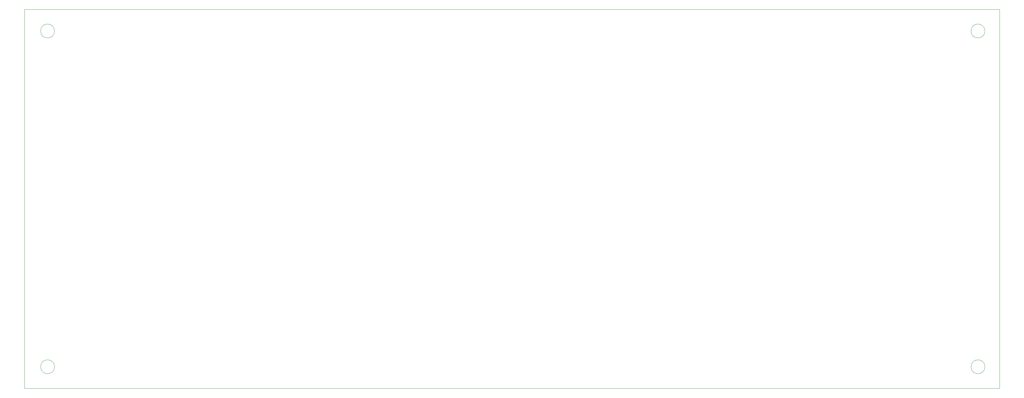
<source format=gbr>
G04 #@! TF.GenerationSoftware,KiCad,Pcbnew,7.0.6*
G04 #@! TF.CreationDate,2024-02-02T16:23:30-05:00*
G04 #@! TF.ProjectId,Galaksija-mx,47616c61-6b73-4696-9a61-2d6d782e6b69,1.0*
G04 #@! TF.SameCoordinates,Original*
G04 #@! TF.FileFunction,Profile,NP*
%FSLAX46Y46*%
G04 Gerber Fmt 4.6, Leading zero omitted, Abs format (unit mm)*
G04 Created by KiCad (PCBNEW 7.0.6) date 2024-02-02 16:23:30*
%MOMM*%
%LPD*%
G01*
G04 APERTURE LIST*
G04 #@! TA.AperFunction,Profile*
%ADD10C,0.050000*%
G04 #@! TD*
G04 APERTURE END LIST*
D10*
X38782500Y-41537500D02*
X318917500Y-41537500D01*
X318917500Y-150712500D01*
X38782500Y-150712500D01*
X38782500Y-41537500D01*
X47430000Y-144472500D02*
G75*
G03*
X47430000Y-144472500I-2000000J0D01*
G01*
X314747501Y-144472500D02*
G75*
G03*
X314747501Y-144472500I-2000001J0D01*
G01*
X314727500Y-47752500D02*
G75*
G03*
X314727500Y-47752500I-2000000J0D01*
G01*
X47410000Y-47752500D02*
G75*
G03*
X47410000Y-47752500I-2000000J0D01*
G01*
M02*

</source>
